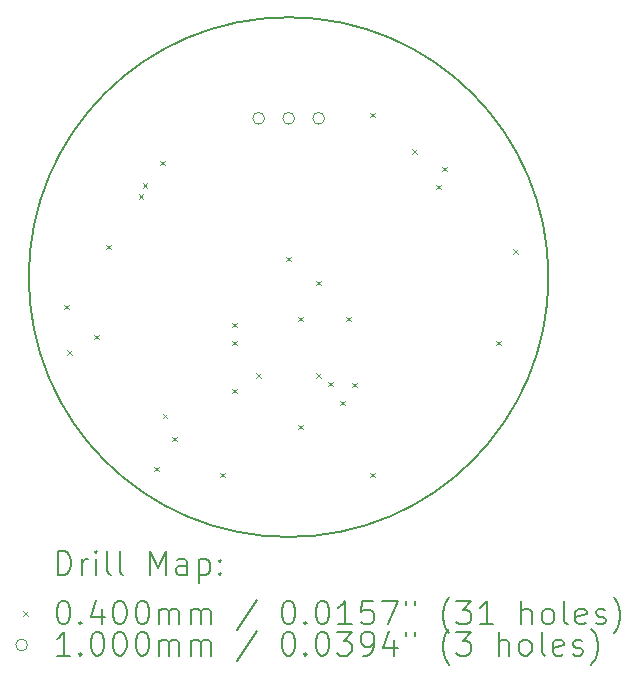
<source format=gbr>
%TF.GenerationSoftware,KiCad,Pcbnew,6.0.9-8da3e8f707~116~ubuntu22.04.1*%
%TF.CreationDate,2022-11-08T11:28:48+01:00*%
%TF.ProjectId,PCB-Horloge,5043422d-486f-4726-9c6f-67652e6b6963,1.0*%
%TF.SameCoordinates,Original*%
%TF.FileFunction,Drillmap*%
%TF.FilePolarity,Positive*%
%FSLAX45Y45*%
G04 Gerber Fmt 4.5, Leading zero omitted, Abs format (unit mm)*
G04 Created by KiCad (PCBNEW 6.0.9-8da3e8f707~116~ubuntu22.04.1) date 2022-11-08 11:28:48*
%MOMM*%
%LPD*%
G01*
G04 APERTURE LIST*
%ADD10C,0.200000*%
%ADD11C,0.040000*%
%ADD12C,0.100000*%
G04 APERTURE END LIST*
D10*
X15916000Y-9144000D02*
G75*
G03*
X15916000Y-9144000I-2200000J0D01*
G01*
D11*
X11816400Y-9378000D02*
X11856400Y-9418000D01*
X11856400Y-9378000D02*
X11816400Y-9418000D01*
X11840000Y-9760000D02*
X11880000Y-9800000D01*
X11880000Y-9760000D02*
X11840000Y-9800000D01*
X12070400Y-9632000D02*
X12110400Y-9672000D01*
X12110400Y-9632000D02*
X12070400Y-9672000D01*
X12172000Y-8870000D02*
X12212000Y-8910000D01*
X12212000Y-8870000D02*
X12172000Y-8910000D01*
X12445639Y-8443961D02*
X12485639Y-8483961D01*
X12485639Y-8443961D02*
X12445639Y-8483961D01*
X12481159Y-8350535D02*
X12521159Y-8390536D01*
X12521159Y-8350535D02*
X12481159Y-8390536D01*
X12578400Y-10749600D02*
X12618400Y-10789600D01*
X12618400Y-10749600D02*
X12578400Y-10789600D01*
X12629200Y-8158800D02*
X12669200Y-8198800D01*
X12669200Y-8158800D02*
X12629200Y-8198800D01*
X12650000Y-10300000D02*
X12690000Y-10340000D01*
X12690000Y-10300000D02*
X12650000Y-10340000D01*
X12730800Y-10495600D02*
X12770800Y-10535600D01*
X12770800Y-10495600D02*
X12730800Y-10535600D01*
X13137200Y-10800400D02*
X13177200Y-10840400D01*
X13177200Y-10800400D02*
X13137200Y-10840400D01*
X13238800Y-9530400D02*
X13278800Y-9570400D01*
X13278800Y-9530400D02*
X13238800Y-9570400D01*
X13238800Y-9682800D02*
X13278800Y-9722800D01*
X13278800Y-9682800D02*
X13238800Y-9722800D01*
X13238800Y-10089200D02*
X13278800Y-10129200D01*
X13278800Y-10089200D02*
X13238800Y-10129200D01*
X13443592Y-9955028D02*
X13483592Y-9995028D01*
X13483592Y-9955028D02*
X13443592Y-9995028D01*
X13696000Y-8971600D02*
X13736000Y-9011600D01*
X13736000Y-8971600D02*
X13696000Y-9011600D01*
X13797600Y-9479600D02*
X13837600Y-9519600D01*
X13837600Y-9479600D02*
X13797600Y-9519600D01*
X13797600Y-10394000D02*
X13837600Y-10434000D01*
X13837600Y-10394000D02*
X13797600Y-10434000D01*
X13948307Y-9955919D02*
X13988307Y-9995919D01*
X13988307Y-9955919D02*
X13948307Y-9995919D01*
X13950000Y-9174800D02*
X13990000Y-9214800D01*
X13990000Y-9174800D02*
X13950000Y-9214800D01*
X14051600Y-10028369D02*
X14091600Y-10068369D01*
X14091600Y-10028369D02*
X14051600Y-10068369D01*
X14153200Y-10190800D02*
X14193200Y-10230800D01*
X14193200Y-10190800D02*
X14153200Y-10230800D01*
X14204000Y-9479600D02*
X14244000Y-9519600D01*
X14244000Y-9479600D02*
X14204000Y-9519600D01*
X14254800Y-10038400D02*
X14294800Y-10078400D01*
X14294800Y-10038400D02*
X14254800Y-10078400D01*
X14407200Y-7752400D02*
X14447200Y-7792400D01*
X14447200Y-7752400D02*
X14407200Y-7792400D01*
X14407200Y-10800400D02*
X14447200Y-10840400D01*
X14447200Y-10800400D02*
X14407200Y-10840400D01*
X14762370Y-8057630D02*
X14802370Y-8097630D01*
X14802370Y-8057630D02*
X14762370Y-8097630D01*
X14966000Y-8362000D02*
X15006000Y-8402000D01*
X15006000Y-8362000D02*
X14966000Y-8402000D01*
X15016800Y-8209600D02*
X15056800Y-8249600D01*
X15056800Y-8209600D02*
X15016800Y-8249600D01*
X15474000Y-9682800D02*
X15514000Y-9722800D01*
X15514000Y-9682800D02*
X15474000Y-9722800D01*
X15620200Y-8905000D02*
X15660200Y-8945000D01*
X15660200Y-8905000D02*
X15620200Y-8945000D01*
D12*
X13512000Y-7799687D02*
G75*
G03*
X13512000Y-7799687I-50000J0D01*
G01*
X13766000Y-7799687D02*
G75*
G03*
X13766000Y-7799687I-50000J0D01*
G01*
X14020000Y-7799687D02*
G75*
G03*
X14020000Y-7799687I-50000J0D01*
G01*
D10*
X11763619Y-11664476D02*
X11763619Y-11464476D01*
X11811238Y-11464476D01*
X11839809Y-11474000D01*
X11858857Y-11493048D01*
X11868381Y-11512095D01*
X11877905Y-11550190D01*
X11877905Y-11578762D01*
X11868381Y-11616857D01*
X11858857Y-11635905D01*
X11839809Y-11654952D01*
X11811238Y-11664476D01*
X11763619Y-11664476D01*
X11963619Y-11664476D02*
X11963619Y-11531143D01*
X11963619Y-11569238D02*
X11973143Y-11550190D01*
X11982667Y-11540667D01*
X12001714Y-11531143D01*
X12020762Y-11531143D01*
X12087428Y-11664476D02*
X12087428Y-11531143D01*
X12087428Y-11464476D02*
X12077905Y-11474000D01*
X12087428Y-11483524D01*
X12096952Y-11474000D01*
X12087428Y-11464476D01*
X12087428Y-11483524D01*
X12211238Y-11664476D02*
X12192190Y-11654952D01*
X12182667Y-11635905D01*
X12182667Y-11464476D01*
X12316000Y-11664476D02*
X12296952Y-11654952D01*
X12287428Y-11635905D01*
X12287428Y-11464476D01*
X12544571Y-11664476D02*
X12544571Y-11464476D01*
X12611238Y-11607333D01*
X12677905Y-11464476D01*
X12677905Y-11664476D01*
X12858857Y-11664476D02*
X12858857Y-11559714D01*
X12849333Y-11540667D01*
X12830286Y-11531143D01*
X12792190Y-11531143D01*
X12773143Y-11540667D01*
X12858857Y-11654952D02*
X12839809Y-11664476D01*
X12792190Y-11664476D01*
X12773143Y-11654952D01*
X12763619Y-11635905D01*
X12763619Y-11616857D01*
X12773143Y-11597809D01*
X12792190Y-11588286D01*
X12839809Y-11588286D01*
X12858857Y-11578762D01*
X12954095Y-11531143D02*
X12954095Y-11731143D01*
X12954095Y-11540667D02*
X12973143Y-11531143D01*
X13011238Y-11531143D01*
X13030286Y-11540667D01*
X13039809Y-11550190D01*
X13049333Y-11569238D01*
X13049333Y-11626381D01*
X13039809Y-11645428D01*
X13030286Y-11654952D01*
X13011238Y-11664476D01*
X12973143Y-11664476D01*
X12954095Y-11654952D01*
X13135048Y-11645428D02*
X13144571Y-11654952D01*
X13135048Y-11664476D01*
X13125524Y-11654952D01*
X13135048Y-11645428D01*
X13135048Y-11664476D01*
X13135048Y-11540667D02*
X13144571Y-11550190D01*
X13135048Y-11559714D01*
X13125524Y-11550190D01*
X13135048Y-11540667D01*
X13135048Y-11559714D01*
D11*
X11466000Y-11974000D02*
X11506000Y-12014000D01*
X11506000Y-11974000D02*
X11466000Y-12014000D01*
D10*
X11801714Y-11884476D02*
X11820762Y-11884476D01*
X11839809Y-11894000D01*
X11849333Y-11903524D01*
X11858857Y-11922571D01*
X11868381Y-11960667D01*
X11868381Y-12008286D01*
X11858857Y-12046381D01*
X11849333Y-12065428D01*
X11839809Y-12074952D01*
X11820762Y-12084476D01*
X11801714Y-12084476D01*
X11782667Y-12074952D01*
X11773143Y-12065428D01*
X11763619Y-12046381D01*
X11754095Y-12008286D01*
X11754095Y-11960667D01*
X11763619Y-11922571D01*
X11773143Y-11903524D01*
X11782667Y-11894000D01*
X11801714Y-11884476D01*
X11954095Y-12065428D02*
X11963619Y-12074952D01*
X11954095Y-12084476D01*
X11944571Y-12074952D01*
X11954095Y-12065428D01*
X11954095Y-12084476D01*
X12135048Y-11951143D02*
X12135048Y-12084476D01*
X12087428Y-11874952D02*
X12039809Y-12017809D01*
X12163619Y-12017809D01*
X12277905Y-11884476D02*
X12296952Y-11884476D01*
X12316000Y-11894000D01*
X12325524Y-11903524D01*
X12335048Y-11922571D01*
X12344571Y-11960667D01*
X12344571Y-12008286D01*
X12335048Y-12046381D01*
X12325524Y-12065428D01*
X12316000Y-12074952D01*
X12296952Y-12084476D01*
X12277905Y-12084476D01*
X12258857Y-12074952D01*
X12249333Y-12065428D01*
X12239809Y-12046381D01*
X12230286Y-12008286D01*
X12230286Y-11960667D01*
X12239809Y-11922571D01*
X12249333Y-11903524D01*
X12258857Y-11894000D01*
X12277905Y-11884476D01*
X12468381Y-11884476D02*
X12487428Y-11884476D01*
X12506476Y-11894000D01*
X12516000Y-11903524D01*
X12525524Y-11922571D01*
X12535048Y-11960667D01*
X12535048Y-12008286D01*
X12525524Y-12046381D01*
X12516000Y-12065428D01*
X12506476Y-12074952D01*
X12487428Y-12084476D01*
X12468381Y-12084476D01*
X12449333Y-12074952D01*
X12439809Y-12065428D01*
X12430286Y-12046381D01*
X12420762Y-12008286D01*
X12420762Y-11960667D01*
X12430286Y-11922571D01*
X12439809Y-11903524D01*
X12449333Y-11894000D01*
X12468381Y-11884476D01*
X12620762Y-12084476D02*
X12620762Y-11951143D01*
X12620762Y-11970190D02*
X12630286Y-11960667D01*
X12649333Y-11951143D01*
X12677905Y-11951143D01*
X12696952Y-11960667D01*
X12706476Y-11979714D01*
X12706476Y-12084476D01*
X12706476Y-11979714D02*
X12716000Y-11960667D01*
X12735048Y-11951143D01*
X12763619Y-11951143D01*
X12782667Y-11960667D01*
X12792190Y-11979714D01*
X12792190Y-12084476D01*
X12887428Y-12084476D02*
X12887428Y-11951143D01*
X12887428Y-11970190D02*
X12896952Y-11960667D01*
X12916000Y-11951143D01*
X12944571Y-11951143D01*
X12963619Y-11960667D01*
X12973143Y-11979714D01*
X12973143Y-12084476D01*
X12973143Y-11979714D02*
X12982667Y-11960667D01*
X13001714Y-11951143D01*
X13030286Y-11951143D01*
X13049333Y-11960667D01*
X13058857Y-11979714D01*
X13058857Y-12084476D01*
X13449333Y-11874952D02*
X13277905Y-12132095D01*
X13706476Y-11884476D02*
X13725524Y-11884476D01*
X13744571Y-11894000D01*
X13754095Y-11903524D01*
X13763619Y-11922571D01*
X13773143Y-11960667D01*
X13773143Y-12008286D01*
X13763619Y-12046381D01*
X13754095Y-12065428D01*
X13744571Y-12074952D01*
X13725524Y-12084476D01*
X13706476Y-12084476D01*
X13687428Y-12074952D01*
X13677905Y-12065428D01*
X13668381Y-12046381D01*
X13658857Y-12008286D01*
X13658857Y-11960667D01*
X13668381Y-11922571D01*
X13677905Y-11903524D01*
X13687428Y-11894000D01*
X13706476Y-11884476D01*
X13858857Y-12065428D02*
X13868381Y-12074952D01*
X13858857Y-12084476D01*
X13849333Y-12074952D01*
X13858857Y-12065428D01*
X13858857Y-12084476D01*
X13992190Y-11884476D02*
X14011238Y-11884476D01*
X14030286Y-11894000D01*
X14039809Y-11903524D01*
X14049333Y-11922571D01*
X14058857Y-11960667D01*
X14058857Y-12008286D01*
X14049333Y-12046381D01*
X14039809Y-12065428D01*
X14030286Y-12074952D01*
X14011238Y-12084476D01*
X13992190Y-12084476D01*
X13973143Y-12074952D01*
X13963619Y-12065428D01*
X13954095Y-12046381D01*
X13944571Y-12008286D01*
X13944571Y-11960667D01*
X13954095Y-11922571D01*
X13963619Y-11903524D01*
X13973143Y-11894000D01*
X13992190Y-11884476D01*
X14249333Y-12084476D02*
X14135048Y-12084476D01*
X14192190Y-12084476D02*
X14192190Y-11884476D01*
X14173143Y-11913048D01*
X14154095Y-11932095D01*
X14135048Y-11941619D01*
X14430286Y-11884476D02*
X14335048Y-11884476D01*
X14325524Y-11979714D01*
X14335048Y-11970190D01*
X14354095Y-11960667D01*
X14401714Y-11960667D01*
X14420762Y-11970190D01*
X14430286Y-11979714D01*
X14439809Y-11998762D01*
X14439809Y-12046381D01*
X14430286Y-12065428D01*
X14420762Y-12074952D01*
X14401714Y-12084476D01*
X14354095Y-12084476D01*
X14335048Y-12074952D01*
X14325524Y-12065428D01*
X14506476Y-11884476D02*
X14639809Y-11884476D01*
X14554095Y-12084476D01*
X14706476Y-11884476D02*
X14706476Y-11922571D01*
X14782667Y-11884476D02*
X14782667Y-11922571D01*
X15077905Y-12160667D02*
X15068381Y-12151143D01*
X15049333Y-12122571D01*
X15039809Y-12103524D01*
X15030286Y-12074952D01*
X15020762Y-12027333D01*
X15020762Y-11989238D01*
X15030286Y-11941619D01*
X15039809Y-11913048D01*
X15049333Y-11894000D01*
X15068381Y-11865428D01*
X15077905Y-11855905D01*
X15135048Y-11884476D02*
X15258857Y-11884476D01*
X15192190Y-11960667D01*
X15220762Y-11960667D01*
X15239809Y-11970190D01*
X15249333Y-11979714D01*
X15258857Y-11998762D01*
X15258857Y-12046381D01*
X15249333Y-12065428D01*
X15239809Y-12074952D01*
X15220762Y-12084476D01*
X15163619Y-12084476D01*
X15144571Y-12074952D01*
X15135048Y-12065428D01*
X15449333Y-12084476D02*
X15335048Y-12084476D01*
X15392190Y-12084476D02*
X15392190Y-11884476D01*
X15373143Y-11913048D01*
X15354095Y-11932095D01*
X15335048Y-11941619D01*
X15687428Y-12084476D02*
X15687428Y-11884476D01*
X15773143Y-12084476D02*
X15773143Y-11979714D01*
X15763619Y-11960667D01*
X15744571Y-11951143D01*
X15716000Y-11951143D01*
X15696952Y-11960667D01*
X15687428Y-11970190D01*
X15896952Y-12084476D02*
X15877905Y-12074952D01*
X15868381Y-12065428D01*
X15858857Y-12046381D01*
X15858857Y-11989238D01*
X15868381Y-11970190D01*
X15877905Y-11960667D01*
X15896952Y-11951143D01*
X15925524Y-11951143D01*
X15944571Y-11960667D01*
X15954095Y-11970190D01*
X15963619Y-11989238D01*
X15963619Y-12046381D01*
X15954095Y-12065428D01*
X15944571Y-12074952D01*
X15925524Y-12084476D01*
X15896952Y-12084476D01*
X16077905Y-12084476D02*
X16058857Y-12074952D01*
X16049333Y-12055905D01*
X16049333Y-11884476D01*
X16230286Y-12074952D02*
X16211238Y-12084476D01*
X16173143Y-12084476D01*
X16154095Y-12074952D01*
X16144571Y-12055905D01*
X16144571Y-11979714D01*
X16154095Y-11960667D01*
X16173143Y-11951143D01*
X16211238Y-11951143D01*
X16230286Y-11960667D01*
X16239809Y-11979714D01*
X16239809Y-11998762D01*
X16144571Y-12017809D01*
X16316000Y-12074952D02*
X16335048Y-12084476D01*
X16373143Y-12084476D01*
X16392190Y-12074952D01*
X16401714Y-12055905D01*
X16401714Y-12046381D01*
X16392190Y-12027333D01*
X16373143Y-12017809D01*
X16344571Y-12017809D01*
X16325524Y-12008286D01*
X16316000Y-11989238D01*
X16316000Y-11979714D01*
X16325524Y-11960667D01*
X16344571Y-11951143D01*
X16373143Y-11951143D01*
X16392190Y-11960667D01*
X16468381Y-12160667D02*
X16477905Y-12151143D01*
X16496952Y-12122571D01*
X16506476Y-12103524D01*
X16516000Y-12074952D01*
X16525524Y-12027333D01*
X16525524Y-11989238D01*
X16516000Y-11941619D01*
X16506476Y-11913048D01*
X16496952Y-11894000D01*
X16477905Y-11865428D01*
X16468381Y-11855905D01*
D12*
X11506000Y-12258000D02*
G75*
G03*
X11506000Y-12258000I-50000J0D01*
G01*
D10*
X11868381Y-12348476D02*
X11754095Y-12348476D01*
X11811238Y-12348476D02*
X11811238Y-12148476D01*
X11792190Y-12177048D01*
X11773143Y-12196095D01*
X11754095Y-12205619D01*
X11954095Y-12329428D02*
X11963619Y-12338952D01*
X11954095Y-12348476D01*
X11944571Y-12338952D01*
X11954095Y-12329428D01*
X11954095Y-12348476D01*
X12087428Y-12148476D02*
X12106476Y-12148476D01*
X12125524Y-12158000D01*
X12135048Y-12167524D01*
X12144571Y-12186571D01*
X12154095Y-12224667D01*
X12154095Y-12272286D01*
X12144571Y-12310381D01*
X12135048Y-12329428D01*
X12125524Y-12338952D01*
X12106476Y-12348476D01*
X12087428Y-12348476D01*
X12068381Y-12338952D01*
X12058857Y-12329428D01*
X12049333Y-12310381D01*
X12039809Y-12272286D01*
X12039809Y-12224667D01*
X12049333Y-12186571D01*
X12058857Y-12167524D01*
X12068381Y-12158000D01*
X12087428Y-12148476D01*
X12277905Y-12148476D02*
X12296952Y-12148476D01*
X12316000Y-12158000D01*
X12325524Y-12167524D01*
X12335048Y-12186571D01*
X12344571Y-12224667D01*
X12344571Y-12272286D01*
X12335048Y-12310381D01*
X12325524Y-12329428D01*
X12316000Y-12338952D01*
X12296952Y-12348476D01*
X12277905Y-12348476D01*
X12258857Y-12338952D01*
X12249333Y-12329428D01*
X12239809Y-12310381D01*
X12230286Y-12272286D01*
X12230286Y-12224667D01*
X12239809Y-12186571D01*
X12249333Y-12167524D01*
X12258857Y-12158000D01*
X12277905Y-12148476D01*
X12468381Y-12148476D02*
X12487428Y-12148476D01*
X12506476Y-12158000D01*
X12516000Y-12167524D01*
X12525524Y-12186571D01*
X12535048Y-12224667D01*
X12535048Y-12272286D01*
X12525524Y-12310381D01*
X12516000Y-12329428D01*
X12506476Y-12338952D01*
X12487428Y-12348476D01*
X12468381Y-12348476D01*
X12449333Y-12338952D01*
X12439809Y-12329428D01*
X12430286Y-12310381D01*
X12420762Y-12272286D01*
X12420762Y-12224667D01*
X12430286Y-12186571D01*
X12439809Y-12167524D01*
X12449333Y-12158000D01*
X12468381Y-12148476D01*
X12620762Y-12348476D02*
X12620762Y-12215143D01*
X12620762Y-12234190D02*
X12630286Y-12224667D01*
X12649333Y-12215143D01*
X12677905Y-12215143D01*
X12696952Y-12224667D01*
X12706476Y-12243714D01*
X12706476Y-12348476D01*
X12706476Y-12243714D02*
X12716000Y-12224667D01*
X12735048Y-12215143D01*
X12763619Y-12215143D01*
X12782667Y-12224667D01*
X12792190Y-12243714D01*
X12792190Y-12348476D01*
X12887428Y-12348476D02*
X12887428Y-12215143D01*
X12887428Y-12234190D02*
X12896952Y-12224667D01*
X12916000Y-12215143D01*
X12944571Y-12215143D01*
X12963619Y-12224667D01*
X12973143Y-12243714D01*
X12973143Y-12348476D01*
X12973143Y-12243714D02*
X12982667Y-12224667D01*
X13001714Y-12215143D01*
X13030286Y-12215143D01*
X13049333Y-12224667D01*
X13058857Y-12243714D01*
X13058857Y-12348476D01*
X13449333Y-12138952D02*
X13277905Y-12396095D01*
X13706476Y-12148476D02*
X13725524Y-12148476D01*
X13744571Y-12158000D01*
X13754095Y-12167524D01*
X13763619Y-12186571D01*
X13773143Y-12224667D01*
X13773143Y-12272286D01*
X13763619Y-12310381D01*
X13754095Y-12329428D01*
X13744571Y-12338952D01*
X13725524Y-12348476D01*
X13706476Y-12348476D01*
X13687428Y-12338952D01*
X13677905Y-12329428D01*
X13668381Y-12310381D01*
X13658857Y-12272286D01*
X13658857Y-12224667D01*
X13668381Y-12186571D01*
X13677905Y-12167524D01*
X13687428Y-12158000D01*
X13706476Y-12148476D01*
X13858857Y-12329428D02*
X13868381Y-12338952D01*
X13858857Y-12348476D01*
X13849333Y-12338952D01*
X13858857Y-12329428D01*
X13858857Y-12348476D01*
X13992190Y-12148476D02*
X14011238Y-12148476D01*
X14030286Y-12158000D01*
X14039809Y-12167524D01*
X14049333Y-12186571D01*
X14058857Y-12224667D01*
X14058857Y-12272286D01*
X14049333Y-12310381D01*
X14039809Y-12329428D01*
X14030286Y-12338952D01*
X14011238Y-12348476D01*
X13992190Y-12348476D01*
X13973143Y-12338952D01*
X13963619Y-12329428D01*
X13954095Y-12310381D01*
X13944571Y-12272286D01*
X13944571Y-12224667D01*
X13954095Y-12186571D01*
X13963619Y-12167524D01*
X13973143Y-12158000D01*
X13992190Y-12148476D01*
X14125524Y-12148476D02*
X14249333Y-12148476D01*
X14182667Y-12224667D01*
X14211238Y-12224667D01*
X14230286Y-12234190D01*
X14239809Y-12243714D01*
X14249333Y-12262762D01*
X14249333Y-12310381D01*
X14239809Y-12329428D01*
X14230286Y-12338952D01*
X14211238Y-12348476D01*
X14154095Y-12348476D01*
X14135048Y-12338952D01*
X14125524Y-12329428D01*
X14344571Y-12348476D02*
X14382667Y-12348476D01*
X14401714Y-12338952D01*
X14411238Y-12329428D01*
X14430286Y-12300857D01*
X14439809Y-12262762D01*
X14439809Y-12186571D01*
X14430286Y-12167524D01*
X14420762Y-12158000D01*
X14401714Y-12148476D01*
X14363619Y-12148476D01*
X14344571Y-12158000D01*
X14335048Y-12167524D01*
X14325524Y-12186571D01*
X14325524Y-12234190D01*
X14335048Y-12253238D01*
X14344571Y-12262762D01*
X14363619Y-12272286D01*
X14401714Y-12272286D01*
X14420762Y-12262762D01*
X14430286Y-12253238D01*
X14439809Y-12234190D01*
X14611238Y-12215143D02*
X14611238Y-12348476D01*
X14563619Y-12138952D02*
X14516000Y-12281809D01*
X14639809Y-12281809D01*
X14706476Y-12148476D02*
X14706476Y-12186571D01*
X14782667Y-12148476D02*
X14782667Y-12186571D01*
X15077905Y-12424667D02*
X15068381Y-12415143D01*
X15049333Y-12386571D01*
X15039809Y-12367524D01*
X15030286Y-12338952D01*
X15020762Y-12291333D01*
X15020762Y-12253238D01*
X15030286Y-12205619D01*
X15039809Y-12177048D01*
X15049333Y-12158000D01*
X15068381Y-12129428D01*
X15077905Y-12119905D01*
X15135048Y-12148476D02*
X15258857Y-12148476D01*
X15192190Y-12224667D01*
X15220762Y-12224667D01*
X15239809Y-12234190D01*
X15249333Y-12243714D01*
X15258857Y-12262762D01*
X15258857Y-12310381D01*
X15249333Y-12329428D01*
X15239809Y-12338952D01*
X15220762Y-12348476D01*
X15163619Y-12348476D01*
X15144571Y-12338952D01*
X15135048Y-12329428D01*
X15496952Y-12348476D02*
X15496952Y-12148476D01*
X15582667Y-12348476D02*
X15582667Y-12243714D01*
X15573143Y-12224667D01*
X15554095Y-12215143D01*
X15525524Y-12215143D01*
X15506476Y-12224667D01*
X15496952Y-12234190D01*
X15706476Y-12348476D02*
X15687428Y-12338952D01*
X15677905Y-12329428D01*
X15668381Y-12310381D01*
X15668381Y-12253238D01*
X15677905Y-12234190D01*
X15687428Y-12224667D01*
X15706476Y-12215143D01*
X15735048Y-12215143D01*
X15754095Y-12224667D01*
X15763619Y-12234190D01*
X15773143Y-12253238D01*
X15773143Y-12310381D01*
X15763619Y-12329428D01*
X15754095Y-12338952D01*
X15735048Y-12348476D01*
X15706476Y-12348476D01*
X15887428Y-12348476D02*
X15868381Y-12338952D01*
X15858857Y-12319905D01*
X15858857Y-12148476D01*
X16039809Y-12338952D02*
X16020762Y-12348476D01*
X15982667Y-12348476D01*
X15963619Y-12338952D01*
X15954095Y-12319905D01*
X15954095Y-12243714D01*
X15963619Y-12224667D01*
X15982667Y-12215143D01*
X16020762Y-12215143D01*
X16039809Y-12224667D01*
X16049333Y-12243714D01*
X16049333Y-12262762D01*
X15954095Y-12281809D01*
X16125524Y-12338952D02*
X16144571Y-12348476D01*
X16182667Y-12348476D01*
X16201714Y-12338952D01*
X16211238Y-12319905D01*
X16211238Y-12310381D01*
X16201714Y-12291333D01*
X16182667Y-12281809D01*
X16154095Y-12281809D01*
X16135048Y-12272286D01*
X16125524Y-12253238D01*
X16125524Y-12243714D01*
X16135048Y-12224667D01*
X16154095Y-12215143D01*
X16182667Y-12215143D01*
X16201714Y-12224667D01*
X16277905Y-12424667D02*
X16287428Y-12415143D01*
X16306476Y-12386571D01*
X16316000Y-12367524D01*
X16325524Y-12338952D01*
X16335048Y-12291333D01*
X16335048Y-12253238D01*
X16325524Y-12205619D01*
X16316000Y-12177048D01*
X16306476Y-12158000D01*
X16287428Y-12129428D01*
X16277905Y-12119905D01*
M02*

</source>
